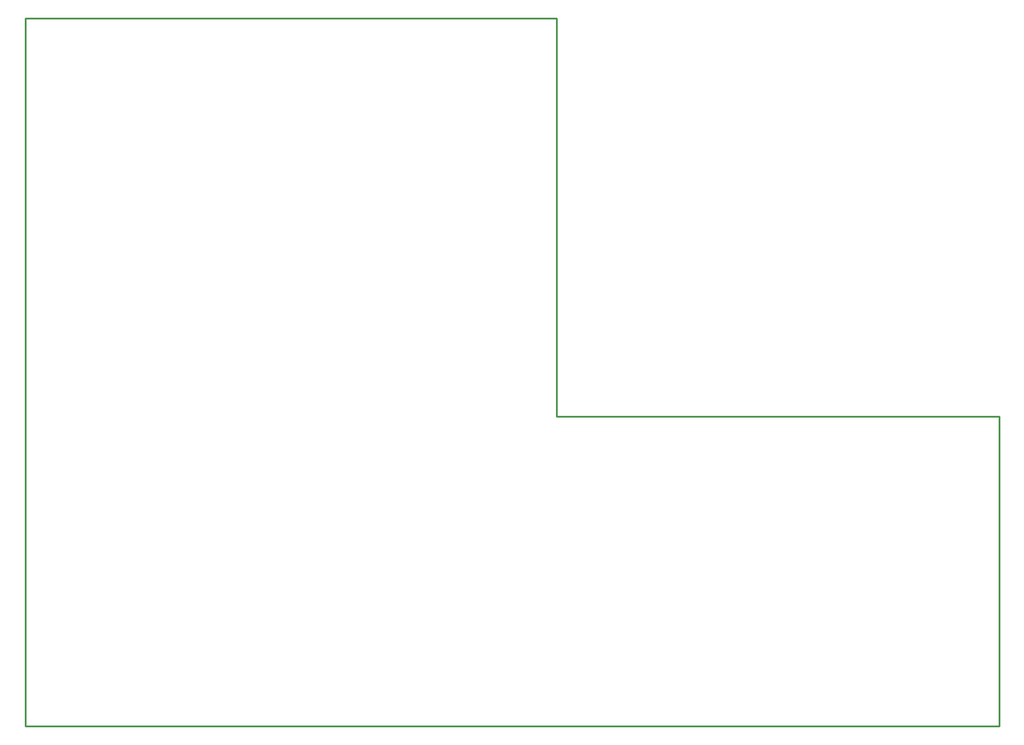
<source format=gbp>
*
*
G04 PADS 9.5 Build Number: 522968 generated Gerber (RS-274-X) file*
G04 PC Version=2.1*
*
%IN "ohm1.pcb"*%
*
%MOIN*%
*
%FSLAX35Y35*%
*
*
*
*
G04 PC Standard Apertures*
*
*
G04 Thermal Relief Aperture macro.*
%AMTER*
1,1,$1,0,0*
1,0,$1-$2,0,0*
21,0,$3,$4,0,0,45*
21,0,$3,$4,0,0,135*
%
*
*
G04 Annular Aperture macro.*
%AMANN*
1,1,$1,0,0*
1,0,$2,0,0*
%
*
*
G04 Odd Aperture macro.*
%AMODD*
1,1,$1,0,0*
1,0,$1-0.005,0,0*
%
*
*
G04 PC Custom Aperture Macros*
*
*
*
*
*
*
G04 PC Aperture Table*
*
%ADD010C,0.001*%
%ADD013C,0.01*%
*
*
*
*
G04 PC Circuitry*
G04 Layer Name ohm1.pcb - circuitry*
%LPD*%
*
*
G04 PC Custom Flashes*
G04 Layer Name ohm1.pcb - flashes*
%LPD*%
*
*
G04 PC Circuitry*
G04 Layer Name ohm1.pcb - circuitry*
%LPD*%
*
G54D10*
G54D13*
G01X100000Y100000D02*
Y500000D01*
X400000*
Y275000*
X650000*
Y100000*
X100000*
X0Y0D02*
M02*

</source>
